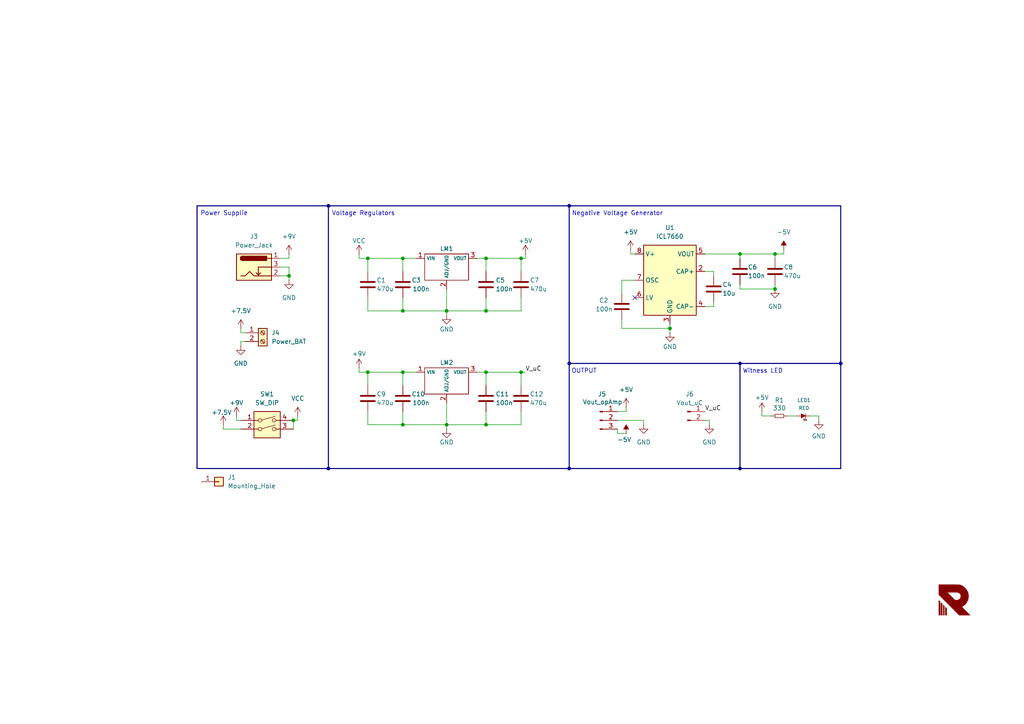
<source format=kicad_sch>
(kicad_sch (version 20231120) (generator "eeschema") (generator_version "8.0")
  (paper "A4")
  (title_block (title "Fuente Electroencefalograma") (date "2025-05-12") (rev "v2.0") (company "E.E.S.T. N°5 \"2 de Abril\" Temperley") (comment 1 "Autor: Iván Romano") (comment 2 "Curso: 7mo 6ta") (comment 3 "Grupo: 2"))
  (lib_symbols
    (symbol "Connector:Barrel_Jack_Switch" (pin_names hide)
      (property "Reference" "J" (at 0 5.334 0))
      (property "Value" "Barrel_Jack_Switch" (at 0 -5.08 0))
      (symbol "Barrel_Jack_Switch_0_1"
        (rectangle (start -5.08 3.81) (end 5.08 -3.81) (stroke (width 0.254)) (fill (type background)))
        (arc (start -3.302 3.175) (mid -3.9343 2.54) (end -3.302 1.905) (stroke (width 0.254)))
        (arc (start -3.302 3.175) (mid -3.9343 2.54) (end -3.302 1.905) (stroke (width 0.254)) (fill (type outline)))
        (polyline (pts (xy 1.27 -2.286) (xy 1.905 -1.651)) (stroke (width 0.254)))
        (polyline (pts (xy 5.08 2.54) (xy 3.81 2.54)) (stroke (width 0.254)))
        (polyline (pts (xy 5.08 0) (xy 1.27 0) (xy 1.27 -2.286) (xy 0.635 -1.651)) (stroke (width 0.254)))
        (polyline (pts (xy -3.81 -2.54) (xy -2.54 -2.54) (xy -1.27 -1.27) (xy 0 -2.54) (xy 2.54 -2.54) (xy 5.08 -2.54)) (stroke (width 0.254)))
        (rectangle (start 3.683 3.175) (end -3.302 1.905) (stroke (width 0.254)) (fill (type outline)))
      )
      (symbol "Barrel_Jack_Switch_1_1"
        (pin passive line (at 7.62 2.54 180) (length 2.54) (name "~") (number "1"))
        (pin passive line (at 7.62 -2.54 180) (length 2.54) (name "~") (number "2"))
        (pin passive line (at 7.62 0 180) (length 2.54) (name "~") (number "3"))
      )
    )
    (symbol "Connector:Conn_01x02_Pin" (pin_names (offset 1.016) hide)
      (property "Reference" "J" (at 0 2.54 0))
      (property "Value" "Conn_01x02_Pin" (at 0 -5.08 0))
      (symbol "Conn_01x02_Pin_1_1"
        (polyline (pts (xy 1.27 -2.54) (xy 0.8636 -2.54)) (stroke (width 0.1524)))
        (polyline (pts (xy 1.27 0) (xy 0.8636 0)) (stroke (width 0.1524)))
        (rectangle (start 0.8636 -2.413) (end 0 -2.667) (stroke (width 0.1524)) (fill (type outline)))
        (rectangle (start 0.8636 0.127) (end 0 -0.127) (stroke (width 0.1524)) (fill (type outline)))
        (pin passive line (at 5.08 0 180) (length 3.81) (name "Pin_1") (number "1"))
        (pin passive line (at 5.08 -2.54 180) (length 3.81) (name "Pin_2") (number "2"))
      )
    )
    (symbol "Connector:Conn_01x03_Pin" (pin_names (offset 1.016) hide)
      (property "Reference" "J" (at 0 5.08 0))
      (property "Value" "Conn_01x03_Pin" (at 0 -5.08 0))
      (symbol "Conn_01x03_Pin_1_1"
        (polyline (pts (xy 1.27 -2.54) (xy 0.8636 -2.54)) (stroke (width 0.1524)))
        (polyline (pts (xy 1.27 0) (xy 0.8636 0)) (stroke (width 0.1524)))
        (polyline (pts (xy 1.27 2.54) (xy 0.8636 2.54)) (stroke (width 0.1524)))
        (rectangle (start 0.8636 -2.413) (end 0 -2.667) (stroke (width 0.1524)) (fill (type outline)))
        (rectangle (start 0.8636 0.127) (end 0 -0.127) (stroke (width 0.1524)) (fill (type outline)))
        (rectangle (start 0.8636 2.667) (end 0 2.413) (stroke (width 0.1524)) (fill (type outline)))
        (pin passive line (at 5.08 2.54 180) (length 3.81) (name "Pin_1") (number "1"))
        (pin passive line (at 5.08 0 180) (length 3.81) (name "Pin_2") (number "2"))
        (pin passive line (at 5.08 -2.54 180) (length 3.81) (name "Pin_3") (number "3"))
      )
    )
    (symbol "Connector:Screw_Terminal_01x02" (pin_names (offset 1.016) hide)
      (property "Reference" "J" (at 0 2.54 0))
      (property "Value" "Screw_Terminal_01x02" (at 0 -5.08 0))
      (symbol "Screw_Terminal_01x02_1_1"
        (rectangle (start -1.27 1.27) (end 1.27 -3.81) (stroke (width 0.254)) (fill (type background)))
        (circle (center 0 -2.54) (radius 0.635) (stroke (width 0.1524)))
        (polyline (pts (xy -0.5334 -2.2098) (xy 0.3302 -3.048)) (stroke (width 0.1524)))
        (polyline (pts (xy -0.5334 0.3302) (xy 0.3302 -0.508)) (stroke (width 0.1524)))
        (polyline (pts (xy -0.3556 -2.032) (xy 0.508 -2.8702)) (stroke (width 0.1524)))
        (polyline (pts (xy -0.3556 0.508) (xy 0.508 -0.3302)) (stroke (width 0.1524)))
        (circle (center 0 0) (radius 0.635) (stroke (width 0.1524)))
        (pin passive line (at -5.08 0 0) (length 3.81) (name "Pin_1") (number "1"))
        (pin passive line (at -5.08 -2.54 0) (length 3.81) (name "Pin_2") (number "2"))
      )
    )
    (symbol "Connector_Generic:Conn_01x01" (pin_names (offset 1.016) hide)
      (property "Reference" "J" (at 0 2.54 0))
      (property "Value" "Conn_01x01" (at 0 -2.54 0))
      (symbol "Conn_01x01_1_1"
        (rectangle (start -1.27 0.127) (end 0 -0.127) (stroke (width 0.1524)))
        (rectangle (start -1.27 1.27) (end 1.27 -1.27) (stroke (width 0.254)) (fill (type background)))
        (pin passive line (at -5.08 0 0) (length 3.81) (name "Pin_1") (number "1"))
      )
    )
    (symbol "Device:C" (pin_numbers hide) (pin_names (offset 0.254))
      (property "Reference" "C" (at 0.635 2.54 0))
      (property "Value" "C" (at 0.635 -2.54 0))
      (symbol "C_0_1"
        (polyline (pts (xy -2.032 -0.762) (xy 2.032 -0.762)) (stroke (width 0.508)))
        (polyline (pts (xy -2.032 0.762) (xy 2.032 0.762)) (stroke (width 0.508)))
      )
      (symbol "C_1_1"
        (pin passive line (at 0 3.81 270) (length 2.794) (name "~") (number "1"))
        (pin passive line (at 0 -3.81 90) (length 2.794) (name "~") (number "2"))
      )
    )
    (symbol "EESTN5:LED" (pin_numbers hide) (pin_names (offset 1.016) hide)
      (property "Reference" "LED" (at 0 2.54 0))
      (property "Value" "LED" (at 0 -2.54 0))
      (symbol "LED_0_1"
        (polyline (pts (xy 0.508 -0.762) (xy 1.016 -1.27) (xy 1.016 -1.27)))
        (polyline (pts (xy 1.016 -0.762) (xy 1.524 -1.27) (xy 1.524 -1.27)))
        (polyline (pts (xy 1.27 -0.635) (xy 1.27 0.635) (xy 1.27 0.635)))
        (polyline (pts (xy 1.27 0) (xy 0 0.635) (xy 0 -0.635) (xy 0 -0.635)) (fill (type outline)))
        (polyline (pts (xy 1.524 -1.27) (xy 1.27 -1.27) (xy 1.524 -1.016) (xy 1.524 -1.27) (xy 1.524 -1.27)) (fill (type outline)))
        (polyline (pts (xy 1.016 -1.27) (xy 0.762 -1.27) (xy 1.016 -1.016) (xy 1.016 -1.27) (xy 1.016 -1.27) (xy 1.016 -1.27)) (fill (type outline)))
      )
      (symbol "LED_1_1"
        (pin passive line (at -1.27 0 0) (length 1.27) (name "A") (number "1"))
        (pin passive line (at 2.54 0 180) (length 1.27) (name "K") (number "2"))
      )
    )
    (symbol "EESTN5:R" (pin_numbers hide) (pin_names (offset 0))
      (property "Reference" "R" (at -1.27 0 90))
      (property "Value" "R" (at 1.27 0 90))
      (symbol "R_0_1"
        (rectangle (start 0.508 1.27) (end -0.508 -1.27))
      )
      (symbol "R_1_1"
        (pin passive line (at 0 2.54 270) (length 1.27) (name "~") (number "1"))
        (pin passive line (at 0 -2.54 90) (length 1.27) (name "~") (number "2"))
      )
    )
    (symbol "Logo_Romano:LM7805"
      (property "Reference" "LM7805" (at -0.254 5.842 0))
      (symbol "LM7805_1_1"
        (rectangle (start -6.35 3.81) (end 6.35 -3.81))
        (rectangle (start -6.35 3.81) (end 6.35 -3.81))
        (pin input line (at -8.89 2.54 0) (length 2.54) (name "VIN") (number "1"))
        (pin input line (at 0 -6.35 90) (length 2.54) (name "ADJ/GND") (number "2"))
        (pin input line (at 8.89 2.54 180) (length 2.54) (name "VOUT") (number "3"))
      )
    )
    (symbol "Logo_Romano:LOGO" (pin_names (offset 1.016))
      (symbol "LOGO_0_0"
        (polyline (pts (xy -4.1685 -2.5003) (xy -4.1685 -0.5542) (xy -4.3615 -0.3466) (xy -4.5545 -0.139) (xy -4.556 -2.2927) (xy -4.5575 -4.4464) (xy -4.363 -4.4464) (xy -4.1685 -4.4464) (xy -4.1685 -2.5003)) (stroke (width 0.01)) (fill (type outline)))
        (polyline (pts (xy -2.9457 -3.0951) (xy -2.9457 -1.7438) (xy -3.1125 -1.5841) (xy -3.2792 -1.4243) (xy -3.2792 -2.9354) (xy -3.2792 -4.4464) (xy -3.1125 -4.4464) (xy -2.9457 -4.4464) (xy -2.9457 -3.0951)) (stroke (width 0.01)) (fill (type outline)))
        (polyline (pts (xy -2.2788 -3.4351) (xy -2.2788 -2.4238) (xy -2.4281 -2.2679) (xy -2.4559 -2.2397) (xy -2.5585 -2.1487) (xy -2.6226 -2.1121) (xy -2.6271 -2.1178) (xy -2.6401 -2.2033) (xy -2.6513 -2.3784) (xy -2.6601 -2.6269) (xy -2.6658 -2.9326) (xy -2.6678 -3.2792) (xy -2.6678 -4.4464) (xy -2.4733 -4.4464) (xy -2.2788 -4.4464) (xy -2.2788 -3.4351)) (stroke (width 0.01)) (fill (type outline)))
        (polyline (pts (xy -3.5571 -2.7894) (xy -3.5571 -1.1324) (xy -3.713 -0.9831) (xy -3.7423 -0.9556) (xy -3.8462 -0.8688) (xy -3.9075 -0.8337) (xy -3.9134 -0.8548) (xy -3.9222 -0.971) (xy -3.9301 -1.1771) (xy -3.9367 -1.4601) (xy -3.9418 -1.807) (xy -3.945 -2.2046) (xy -3.9462 -2.6401) (xy -3.9462 -4.4464) (xy -3.7516 -4.4464) (xy -3.5571 -4.4464) (xy -3.5571 -2.7894)) (stroke (width 0.01)) (fill (type outline)))
        (polyline (pts (xy 3.3482 -3.2649) (xy 3.2393 -3.1557) (xy 2.952 -2.8664) (xy 2.6953 -2.6059) (xy 2.4789 -2.384) (xy 2.3124 -2.2108) (xy 2.2054 -2.0962) (xy 2.1676 -2.05) (xy 2.1677 -2.0493) (xy 2.2143 -2.0041) (xy 2.3311 -1.9203) (xy 2.4936 -1.8155) (xy 2.8231 -1.5742) (xy 3.2013 -1.1988) (xy 3.5323 -0.7604) (xy 3.7969 -0.2856) (xy 3.9758 0.1996) (xy 4.027 0.4687) (xy 4.0577 0.8372) (xy 4.0593 1.2303) (xy 4.0317 1.6044) (xy 3.975 1.9156) (xy 3.8444 2.3152) (xy 3.6547 2.7049) (xy 3.3987 3.0721) (xy 3.0577 3.4483) (xy 2.9277 3.576) (xy 2.6714 3.8053) (xy 2.4407 3.9739) (xy 2.2087 4.1022) (xy 2.2002 4.1062) (xy 2.0464 4.1787) (xy 1.9068 4.2401) (xy 1.771 4.2913) (xy 1.6284 4.3333) (xy 1.4687 4.3669) (xy 1.2815 4.3931) (xy 1.0562 4.4128) (xy 0.7825 4.4269) (xy 0.4498 4.4364) (xy 0.0478 4.4421) (xy -0.4341 4.4451) (xy -1.0062 4.4462) (xy -1.6791 4.4464) (xy -4.5575 4.4464) (xy -4.5573 2.9596) (xy -4.5572 2.1676) (xy -2.0832 2.1676) (xy -0.5501 2.1676) (xy -0.1507 2.1674) (xy 0.2179 2.1661) (xy 0.5019 2.1626) (xy 0.7156 2.1559) (xy 0.8733 2.145) (xy 0.9891 2.1288) (xy 1.0773 2.1063) (xy 1.1522 2.0764) (xy 1.2279 2.0382) (xy 1.2801 2.0088) (xy 1.5288 1.8016) (xy 1.6978 1.5397) (xy 1.7863 1.2437) (xy 1.7931 0.9339) (xy 1.7175 0.6307) (xy 1.5585 0.3545) (xy 1.3151 0.1258) (xy 1.2908 0.1092) (xy 1.1667 0.0369) (xy 1.0362 -0.0072) (xy 0.8643 -0.0317) (xy 0.6163 -0.0452) (xy 0.139 -0.0626) (xy -0.9721 1.0525) (xy -2.0832 2.1676) (xy -4.5572 2.1676) (xy -4.5571 1.4728) (xy -1.5995 -1.4868) (xy 1.358 -4.4464) (xy 2.9434 -4.4464) (xy 4.5288 -4.4464) (xy 3.3482 -3.2649)) (stroke (width 0.01)) (fill (type outline)))
      )
    )
    (symbol "Regulator_SwitchedCapacitor:ICL7660"
      (property "Reference" "U" (at -6.35 11.43 0))
      (property "Value" "ICL7660" (at 3.81 11.43 0))
      (symbol "ICL7660_0_1"
        (rectangle (start -7.62 10.16) (end 7.62 -10.16) (stroke (width 0.254)) (fill (type background)))
      )
      (symbol "ICL7660_1_1"
        (pin no_connect line (at -7.62 5.08 0) (length 2.54) hide (name "NC") (number "1"))
        (pin input line (at 10.16 2.54 180) (length 2.54) (name "CAP+") (number "2"))
        (pin power_in line (at 0 -12.7 90) (length 2.54) (name "GND") (number "3"))
        (pin input line (at 10.16 -7.62 180) (length 2.54) (name "CAP-") (number "4"))
        (pin power_out line (at 10.16 7.62 180) (length 2.54) (name "VOUT") (number "5"))
        (pin input line (at -10.16 -5.08 0) (length 2.54) (name "LV") (number "6"))
        (pin input line (at -10.16 0 0) (length 2.54) (name "OSC") (number "7"))
        (pin power_in line (at -10.16 7.62 0) (length 2.54) (name "V+") (number "8"))
      )
    )
    (symbol "Switch:SW_DIP_x02" (pin_names (offset 0) hide)
      (property "Reference" "SW" (at 0 6.35 0))
      (property "Value" "SW_DIP_x02" (at 0 -3.81 0))
      (symbol "SW_DIP_x02_0_0"
        (circle (center -2.032 0) (radius 0.508))
        (circle (center -2.032 2.54) (radius 0.508))
        (polyline (pts (xy -1.524 0.127) (xy 2.3622 1.1684)))
        (polyline (pts (xy -1.524 2.667) (xy 2.3622 3.7084)))
        (circle (center 2.032 0) (radius 0.508))
        (circle (center 2.032 2.54) (radius 0.508))
      )
      (symbol "SW_DIP_x02_0_1"
        (rectangle (start -3.81 5.08) (end 3.81 -2.54) (stroke (width 0.254)) (fill (type background)))
      )
      (symbol "SW_DIP_x02_1_1"
        (pin passive line (at -7.62 2.54 0) (length 5.08) (name "~") (number "1"))
        (pin passive line (at -7.62 0 0) (length 5.08) (name "~") (number "2"))
        (pin passive line (at 7.62 0 180) (length 5.08) (name "~") (number "3"))
        (pin passive line (at 7.62 2.54 180) (length 5.08) (name "~") (number "4"))
      )
    )
    (symbol "power:+5V" (power) (pin_numbers hide) (pin_names (offset 0) hide)
      (property "Value" "+5V" (at 0 3.556 0))
      (symbol "+5V_0_1"
        (polyline (pts (xy -0.762 1.27) (xy 0 2.54)))
        (polyline (pts (xy 0 0) (xy 0 2.54)))
        (polyline (pts (xy 0 2.54) (xy 0.762 1.27)))
      )
      (symbol "+5V_1_1"
        (pin power_in line (at 0 0 90) (length 0) (name "~") (number "1"))
      )
    )
    (symbol "power:+7.5V" (power) (pin_numbers hide) (pin_names (offset 0) hide)
      (property "Value" "+7.5V" (at 0 3.556 0))
      (symbol "+7.5V_0_1"
        (polyline (pts (xy -0.762 1.27) (xy 0 2.54)))
        (polyline (pts (xy 0 0) (xy 0 2.54)))
        (polyline (pts (xy 0 2.54) (xy 0.762 1.27)))
      )
      (symbol "+7.5V_1_1"
        (pin power_in line (at 0 0 90) (length 0) (name "~") (number "1"))
      )
    )
    (symbol "power:+9V" (power) (pin_numbers hide) (pin_names (offset 0) hide)
      (property "Value" "+9V" (at 0 3.556 0))
      (symbol "+9V_0_1"
        (polyline (pts (xy -0.762 1.27) (xy 0 2.54)))
        (polyline (pts (xy 0 0) (xy 0 2.54)))
        (polyline (pts (xy 0 2.54) (xy 0.762 1.27)))
      )
      (symbol "+9V_1_1"
        (pin power_in line (at 0 0 90) (length 0) (name "~") (number "1"))
      )
    )
    (symbol "power:-5V" (power) (pin_numbers hide) (pin_names (offset 0) hide)
      (property "Value" "-5V" (at 0 3.556 0))
      (symbol "-5V_0_0"
        (pin power_in line (at 0 0 90) (length 0) (name "~") (number "1"))
      )
      (symbol "-5V_0_1"
        (polyline (pts (xy 0 0) (xy 0 1.27) (xy 0.762 1.27) (xy 0 2.54) (xy -0.762 1.27) (xy 0 1.27)) (fill (type outline)))
      )
    )
    (symbol "power:GND" (power) (pin_numbers hide) (pin_names (offset 0) hide)
      (property "Value" "GND" (at 0 -3.81 0))
      (symbol "GND_0_1"
        (polyline (pts (xy 0 0) (xy 0 -1.27) (xy 1.27 -1.27) (xy 0 -2.54) (xy -1.27 -1.27) (xy 0 -1.27)))
      )
      (symbol "GND_1_1"
        (pin power_in line (at 0 0 270) (length 0) (name "~") (number "1"))
      )
    )
    (symbol "power:VCC" (power) (pin_numbers hide) (pin_names (offset 0) hide)
      (property "Value" "VCC" (at 0 3.556 0))
      (symbol "VCC_0_1"
        (polyline (pts (xy -0.762 1.27) (xy 0 2.54)))
        (polyline (pts (xy 0 0) (xy 0 2.54)))
        (polyline (pts (xy 0 2.54) (xy 0.762 1.27)))
      )
      (symbol "VCC_1_1"
        (pin power_in line (at 0 0 90) (length 0) (name "~") (number "1"))
      )
    )
  )
  (junction (at 106.68 74.93))
  (junction (at 165.1 59.69))
  (junction (at 224.79 83.82))
  (junction (at 140.97 74.93))
  (junction (at 116.84 90.17))
  (junction (at 140.97 123.19))
  (junction (at 129.54 123.19))
  (junction (at 95.25 135.89))
  (junction (at 151.13 107.95))
  (junction (at 151.13 74.93))
  (junction (at 116.84 107.95))
  (junction (at 116.84 123.19))
  (junction (at 214.63 105.41))
  (junction (at 165.1 105.41))
  (junction (at 140.97 90.17))
  (junction (at 243.84 105.41))
  (junction (at 116.84 74.93))
  (junction (at 214.63 135.89))
  (junction (at 165.1 135.89))
  (junction (at 83.82 80.01))
  (junction (at 106.68 107.95))
  (junction (at 85.09 121.92))
  (junction (at 194.31 95.25))
  (junction (at 140.97 107.95))
  (junction (at 95.25 59.69))
  (junction (at 214.63 73.66))
  (junction (at 129.54 90.17))
  (junction (at 224.79 73.66))
  (no_connect (at 184.15 86.36))
  (wire (pts (xy 214.63 73.66) (xy 214.63 74.93)))
  (bus (pts (xy 165.1 105.41) (xy 165.1 135.89)))
  (wire (pts (xy 140.97 107.95) (xy 140.97 111.76)))
  (wire (pts (xy 83.82 80.01) (xy 83.82 77.47)))
  (wire (pts (xy 140.97 74.93) (xy 140.97 78.74)))
  (wire (pts (xy 151.13 107.95) (xy 152.4 107.95)))
  (wire (pts (xy 204.47 73.66) (xy 214.63 73.66)))
  (wire (pts (xy 151.13 107.95) (xy 151.13 111.76)))
  (wire (pts (xy 180.34 95.25) (xy 194.31 95.25)))
  (wire (pts (xy 69.85 100.33) (xy 69.85 99.06)))
  (wire (pts (xy 186.69 121.92) (xy 179.07 121.92)))
  (bus (pts (xy 165.1 135.89) (xy 214.63 135.89)))
  (wire (pts (xy 83.82 80.01) (xy 83.82 81.28)))
  (wire (pts (xy 81.28 74.93) (xy 83.82 74.93)))
  (wire (pts (xy 180.34 81.28) (xy 180.34 85.09)))
  (wire (pts (xy 182.88 73.66) (xy 184.15 73.66)))
  (wire (pts (xy 205.74 121.92) (xy 204.47 121.92)))
  (wire (pts (xy 86.36 120.65) (xy 86.36 121.92)))
  (wire (pts (xy 106.68 123.19) (xy 116.84 123.19)))
  (wire (pts (xy 214.63 82.55) (xy 214.63 83.82)))
  (wire (pts (xy 204.47 78.74) (xy 207.01 78.74)))
  (wire (pts (xy 116.84 119.38) (xy 116.84 123.19)))
  (wire (pts (xy 106.68 86.36) (xy 106.68 90.17)))
  (wire (pts (xy 116.84 74.93) (xy 116.84 78.74)))
  (wire (pts (xy 68.58 120.65) (xy 68.58 121.92)))
  (wire (pts (xy 69.85 99.06) (xy 71.12 99.06)))
  (wire (pts (xy 179.07 124.46) (xy 179.07 125.73)))
  (bus (pts (xy 95.25 59.69) (xy 95.25 135.89)))
  (wire (pts (xy 116.84 107.95) (xy 116.84 111.76)))
  (wire (pts (xy 151.13 74.93) (xy 152.4 74.93)))
  (wire (pts (xy 129.54 123.19) (xy 129.54 124.46)))
  (wire (pts (xy 184.15 81.28) (xy 180.34 81.28)))
  (wire (pts (xy 237.49 120.65) (xy 234.95 120.65)))
  (wire (pts (xy 129.54 116.84) (xy 129.54 123.19)))
  (bus (pts (xy 57.15 59.69) (xy 95.25 59.69)))
  (wire (pts (xy 104.14 73.66) (xy 104.14 74.93)))
  (wire (pts (xy 194.31 96.52) (xy 194.31 95.25)))
  (bus (pts (xy 57.15 135.89) (xy 95.25 135.89)))
  (wire (pts (xy 81.28 80.01) (xy 83.82 80.01)))
  (bus (pts (xy 165.1 105.41) (xy 214.63 105.41)))
  (wire (pts (xy 138.43 74.93) (xy 140.97 74.93)))
  (wire (pts (xy 138.43 107.95) (xy 140.97 107.95)))
  (wire (pts (xy 86.36 121.92) (xy 85.09 121.92)))
  (wire (pts (xy 224.79 73.66) (xy 227.33 73.66)))
  (bus (pts (xy 214.63 135.89) (xy 243.84 135.89)))
  (bus (pts (xy 95.25 59.69) (xy 165.1 59.69)))
  (wire (pts (xy 220.98 119.38) (xy 220.98 120.65)))
  (wire (pts (xy 106.68 107.95) (xy 106.68 111.76)))
  (wire (pts (xy 116.84 123.19) (xy 129.54 123.19)))
  (bus (pts (xy 243.84 135.89) (xy 243.84 105.41)))
  (wire (pts (xy 116.84 90.17) (xy 129.54 90.17)))
  (wire (pts (xy 140.97 90.17) (xy 151.13 90.17)))
  (wire (pts (xy 179.07 125.73) (xy 181.61 125.73)))
  (wire (pts (xy 106.68 119.38) (xy 106.68 123.19)))
  (wire (pts (xy 140.97 123.19) (xy 151.13 123.19)))
  (wire (pts (xy 106.68 90.17) (xy 116.84 90.17)))
  (wire (pts (xy 129.54 83.82) (xy 129.54 90.17)))
  (wire (pts (xy 104.14 74.93) (xy 106.68 74.93)))
  (wire (pts (xy 220.98 120.65) (xy 223.52 120.65)))
  (wire (pts (xy 186.69 123.19) (xy 186.69 121.92)))
  (wire (pts (xy 207.01 78.74) (xy 207.01 80.01)))
  (wire (pts (xy 129.54 90.17) (xy 140.97 90.17)))
  (wire (pts (xy 68.58 121.92) (xy 69.85 121.92)))
  (wire (pts (xy 237.49 121.92) (xy 237.49 120.65)))
  (wire (pts (xy 129.54 123.19) (xy 140.97 123.19)))
  (wire (pts (xy 116.84 74.93) (xy 120.65 74.93)))
  (bus (pts (xy 57.15 59.69) (xy 57.15 135.89)))
  (wire (pts (xy 140.97 119.38) (xy 140.97 123.19)))
  (bus (pts (xy 95.25 135.89) (xy 165.1 135.89)))
  (wire (pts (xy 182.88 72.39) (xy 182.88 73.66)))
  (wire (pts (xy 83.82 77.47) (xy 81.28 77.47)))
  (wire (pts (xy 69.85 96.52) (xy 71.12 96.52)))
  (wire (pts (xy 214.63 83.82) (xy 224.79 83.82)))
  (wire (pts (xy 224.79 83.82) (xy 224.79 82.55)))
  (wire (pts (xy 106.68 107.95) (xy 116.84 107.95)))
  (wire (pts (xy 194.31 93.98) (xy 194.31 95.25)))
  (wire (pts (xy 140.97 86.36) (xy 140.97 90.17)))
  (wire (pts (xy 151.13 74.93) (xy 151.13 78.74)))
  (wire (pts (xy 151.13 90.17) (xy 151.13 86.36)))
  (wire (pts (xy 104.14 106.68) (xy 104.14 107.95)))
  (bus (pts (xy 243.84 105.41) (xy 243.84 59.69)))
  (wire (pts (xy 64.77 124.46) (xy 69.85 124.46)))
  (wire (pts (xy 104.14 107.95) (xy 106.68 107.95)))
  (bus (pts (xy 214.63 105.41) (xy 243.84 105.41)))
  (wire (pts (xy 207.01 87.63) (xy 207.01 88.9)))
  (wire (pts (xy 181.61 119.38) (xy 181.61 118.11)))
  (wire (pts (xy 116.84 86.36) (xy 116.84 90.17)))
  (wire (pts (xy 85.09 121.92) (xy 85.09 124.46)))
  (bus (pts (xy 165.1 59.69) (xy 243.84 59.69)))
  (wire (pts (xy 140.97 74.93) (xy 151.13 74.93)))
  (wire (pts (xy 179.07 119.38) (xy 181.61 119.38)))
  (wire (pts (xy 140.97 107.95) (xy 151.13 107.95)))
  (wire (pts (xy 151.13 123.19) (xy 151.13 119.38)))
  (wire (pts (xy 106.68 74.93) (xy 106.68 78.74)))
  (wire (pts (xy 228.6 120.65) (xy 231.14 120.65)))
  (wire (pts (xy 116.84 107.95) (xy 120.65 107.95)))
  (wire (pts (xy 83.82 73.66) (xy 83.82 74.93)))
  (wire (pts (xy 106.68 74.93) (xy 116.84 74.93)))
  (wire (pts (xy 207.01 88.9) (xy 204.47 88.9)))
  (wire (pts (xy 205.74 123.19) (xy 205.74 121.92)))
  (wire (pts (xy 180.34 92.71) (xy 180.34 95.25)))
  (wire (pts (xy 69.85 95.25) (xy 69.85 96.52)))
  (wire (pts (xy 129.54 90.17) (xy 129.54 91.44)))
  (bus (pts (xy 214.63 105.41) (xy 214.63 135.89)))
  (wire (pts (xy 224.79 73.66) (xy 224.79 74.93)))
  (bus (pts (xy 165.1 59.69) (xy 165.1 105.41)))
  (wire (pts (xy 152.4 74.93) (xy 152.4 73.66)))
  (wire (pts (xy 214.63 73.66) (xy 224.79 73.66)))
  (wire (pts (xy 227.33 72.39) (xy 227.33 73.66)))
  (wire (pts (xy 64.77 123.19) (xy 64.77 124.46)))
  (text "Power Supplie" (at 65.024 61.976 0) (effects (font (size 1.27 1.27))))
  (text "Witness LED" (at 221.234 107.696 0) (effects (font (size 1.27 1.27))))
  (text "Voltage Regulators" (at 105.41 61.976 0) (effects (font (size 1.27 1.27))))
  (text "OUTPUT" (at 169.418 107.696 0) (effects (font (size 1.27 1.27))))
  (text "Negative Voltage Generator" (at 179.07 61.976 0) (effects (font (size 1.27 1.27))))
  (label "V_uC" (at 204.47 119.38 0))
  (label "V_uC" (at 152.4 107.95 0))
  (symbol (lib_id "power:-5V") (at 227.33 72.39 0) (unit 1)
    (property "Reference" "#PWR08" (effects (hide yes)))
    (property "Value" "-5V" (at 227.33 67.31 0))
    (property "Description" "Power symbol creates a global label with name \"-5V\"" (effects (hide yes)))
  )
  (symbol (lib_id "EESTN5:LED") (at 232.41 120.65 0) (unit 1)
    (property "Reference" "LED1" (at 233.172 116.078 0) (effects (font (size 1.016 1.016))))
    (property "Value" "RED" (at 233.172 118.364 0) (effects (font (size 1.016 1.016))))
    (property "Footprint" "EESTN5:led_3mm_red" (effects (hide yes)))
  )
  (symbol (lib_id "power:+7.5V") (at 64.77 123.19 0) (unit 1)
    (property "Reference" "#PWR021" (effects (hide yes)))
    (property "Value" "+7.5V" (at 64.262 119.634 0))
    (property "Description" "Power symbol creates a global label with name \"+7.5V\"" (effects (hide yes)))
  )
  (symbol (lib_id "power:+5V") (at 181.61 118.11 0) (unit 1)
    (property "Reference" "#PWR010" (effects (hide yes)))
    (property "Value" "+5V" (at 181.61 113.03 0))
    (property "Description" "Power symbol creates a global label with name \"+5V\"" (effects (hide yes)))
  )
  (symbol (lib_id "Device:C") (at 207.01 83.82 0) (unit 1)
    (property "Reference" "C4" (at 209.55 82.55 0) (effects (justify left)))
    (property "Value" "10u" (at 209.55 85.09 0) (effects (justify left)))
    (property "Footprint" "EESTN5:CAP_ELEC_5x11mm" (effects (hide yes)))
    (property "Description" "Unpolarized capacitor" (effects (hide yes)))
  )
  (symbol (lib_id "power:+9V") (at 104.14 106.68 0) (unit 1)
    (property "Reference" "#PWR022" (effects (hide yes)))
    (property "Value" "+9V" (at 104.14 102.616 0))
    (property "Description" "Power symbol creates a global label with name \"+9V\"" (effects (hide yes)))
  )
  (symbol (lib_id "power:GND") (at 224.79 83.82 0) (unit 1)
    (property "Reference" "#PWR06" (effects (hide yes)))
    (property "Value" "GND" (at 224.79 88.9 0))
    (property "Description" "Power symbol creates a global label with name \"GND\" , ground" (effects (hide yes)))
  )
  (symbol (lib_id "power:+5V") (at 220.98 119.38 0) (unit 1)
    (property "Reference" "#PWR09" (effects (hide yes)))
    (property "Value" "+5V" (at 220.98 115.316 0))
    (property "Description" "Power symbol creates a global label with name \"+5V\"" (effects (hide yes)))
  )
  (symbol (lib_id "power:GND") (at 83.82 81.28 0) (unit 1)
    (property "Reference" "#PWR02" (effects (hide yes)))
    (property "Value" "GND" (at 83.82 86.36 0))
    (property "Description" "Power symbol creates a global label with name \"GND\" , ground" (effects (hide yes)))
  )
  (symbol (lib_id "Connector:Barrel_Jack_Switch") (at 73.66 77.47 0) (unit 1)
    (property "Reference" "J3" (at 73.66 68.58 0))
    (property "Value" "Power_Jack" (at 73.66 71.12 0))
    (property "Footprint" "Connector_BarrelJack:BarrelJack_Horizontal" (effects (hide yes)))
    (property "Description" "DC Barrel Jack with an internal switch" (effects (hide yes)))
  )
  (symbol (lib_id "Device:C") (at 116.84 82.55 0) (unit 1)
    (property "Reference" "C3" (at 119.38 81.28 0) (effects (justify left)))
    (property "Value" "100n" (at 119.634 83.82 0) (effects (justify left)))
    (property "Footprint" "EESTN5:C_0805" (effects (hide yes)))
    (property "Description" "Unpolarized capacitor" (effects (hide yes)))
  )
  (symbol (lib_id "power:+5V") (at 182.88 72.39 0) (unit 1)
    (property "Reference" "#PWR03" (effects (hide yes)))
    (property "Value" "+5V" (at 182.88 67.31 0))
    (property "Description" "Power symbol creates a global label with name \"+5V\"" (effects (hide yes)))
  )
  (symbol (lib_id "Device:C") (at 151.13 115.57 0) (unit 1)
    (property "Reference" "C12" (at 153.67 114.3 0) (effects (justify left)))
    (property "Value" "470u" (at 153.67 116.84 0) (effects (justify left)))
    (property "Footprint" "EESTN5:CAP_ELEC_8x11.5mm" (effects (hide yes)))
    (property "Description" "Unpolarized capacitor" (effects (hide yes)))
  )
  (symbol (lib_id "Connector:Conn_01x03_Pin") (at 173.99 121.92 0) (unit 1)
    (property "Reference" "J5" (at 174.625 114.3 0))
    (property "Value" "Vout_opAmp" (at 174.752 116.586 0))
    (property "Footprint" "Connector_Molex:Molex_KK-254_AE-6410-03A_1x03_P2.54mm_Vertical" (effects (hide yes)))
    (property "Description" "Generic connector, single row, 01x03, script generated" (effects (hide yes)))
  )
  (symbol (lib_id "power:+5V") (at 152.4 73.66 0) (unit 1)
    (property "Reference" "#PWR07" (effects (hide yes)))
    (property "Value" "+5V" (at 152.4 69.85 0))
    (property "Description" "Power symbol creates a global label with name \"+5V\"" (effects (hide yes)))
  )
  (symbol (lib_id "Connector:Screw_Terminal_01x02") (at 76.2 96.52 0) (unit 1)
    (property "Reference" "J4" (at 78.74 96.5199 0) (effects (justify left)))
    (property "Value" "Power_BAT" (at 78.74 99.0599 0) (effects (justify left)))
    (property "Footprint" "EESTN5:BORNERA2_DUO" (effects (hide yes)))
    (property "Description" "Generic screw terminal, single row, 01x02, script generated (kicad-library-utils/schlib/autogen/connector/)" (effects (hide yes)))
  )
  (symbol (lib_id "power:GND") (at 129.54 91.44 0) (unit 1)
    (property "Reference" "#PWR05" (effects (hide yes)))
    (property "Value" "GND" (at 129.54 95.504 0))
    (property "Description" "Power symbol creates a global label with name \"GND\" , ground" (effects (hide yes)))
  )
  (symbol (lib_id "Connector:Conn_01x02_Pin") (at 199.39 119.38 0) (unit 1)
    (property "Reference" "J6" (at 200.025 114.3 0))
    (property "Value" "Vout_uC" (at 200.025 116.84 0))
    (property "Footprint" "Connector_Molex:Molex_KK-254_AE-6410-02A_1x02_P2.54mm_Vertical" (effects (hide yes)))
    (property "Description" "Generic connector, single row, 01x02, script generated" (effects (hide yes)))
  )
  (symbol (lib_id "Device:C") (at 214.63 78.74 0) (unit 1)
    (property "Reference" "C6" (at 216.916 77.47 0) (effects (justify left)))
    (property "Value" "100n" (at 216.916 80.01 0) (effects (justify left)))
    (property "Footprint" "EESTN5:C_0805" (effects (hide yes)))
    (property "Description" "Unpolarized capacitor" (effects (hide yes)))
  )
  (symbol (lib_id "Logo_Romano:LM7805") (at 129.54 77.47 0) (unit 1)
    (property "Reference" "LM1" (at 129.54 72.136 0))
    (property "Value" "~" (at 129.54 72.39 0))
    (property "Footprint" "EESTN5:TO-220-2" (effects (hide yes)))
  )
  (symbol (lib_id "power:GND") (at 69.85 100.33 0) (unit 1)
    (property "Reference" "#PWR01" (effects (hide yes)))
    (property "Value" "GND" (at 69.85 105.41 0))
    (property "Description" "Power symbol creates a global label with name \"GND\" , ground" (effects (hide yes)))
  )
  (symbol (lib_id "power:+9V") (at 83.82 73.66 0) (unit 1)
    (property "Reference" "#PWR017" (effects (hide yes)))
    (property "Value" "+9V" (at 83.82 68.58 0))
    (property "Description" "Power symbol creates a global label with name \"+9V\"" (effects (hide yes)))
  )
  (symbol (lib_id "Device:C") (at 224.79 78.74 0) (unit 1)
    (property "Reference" "C8" (at 227.33 77.47 0) (effects (justify left)))
    (property "Value" "470u" (at 227.33 80.01 0) (effects (justify left)))
    (property "Footprint" "EESTN5:CAP_ELEC_8x11.5mm" (effects (hide yes)))
    (property "Description" "Unpolarized capacitor" (effects (hide yes)))
  )
  (symbol (lib_id "power:+9V") (at 68.58 120.65 0) (unit 1)
    (property "Reference" "#PWR020" (effects (hide yes)))
    (property "Value" "+9V" (at 68.58 116.84 0))
    (property "Description" "Power symbol creates a global label with name \"+9V\"" (effects (hide yes)))
  )
  (symbol (lib_id "power:GND") (at 129.54 124.46 0) (unit 1)
    (property "Reference" "#PWR023" (effects (hide yes)))
    (property "Value" "GND" (at 129.54 128.27 0))
    (property "Description" "Power symbol creates a global label with name \"GND\" , ground" (effects (hide yes)))
  )
  (symbol (lib_id "Connector_Generic:Conn_01x01") (at 63.5 139.7 0) (unit 1)
    (property "Reference" "J1" (at 66.04 138.4299 0) (effects (justify left)))
    (property "Value" "Mounting_Hole" (at 66.04 140.9699 0) (effects (justify left)))
    (property "Footprint" "EESTN5:hole_2mm" (effects (hide yes)))
    (property "Description" "Generic connector, single row, 01x01, script generated (kicad-library-utils/schlib/autogen/connector/)" (effects (hide yes)))
  )
  (symbol (lib_id "Device:C") (at 116.84 115.57 0) (unit 1)
    (property "Reference" "C10" (at 119.38 114.3 0) (effects (justify left)))
    (property "Value" "100n" (at 119.634 116.84 0) (effects (justify left)))
    (property "Footprint" "EESTN5:C_0805" (effects (hide yes)))
    (property "Description" "Unpolarized capacitor" (effects (hide yes)))
  )
  (symbol (lib_id "power:GND") (at 186.69 123.19 0) (unit 1)
    (property "Reference" "#PWR014" (effects (hide yes)))
    (property "Value" "GND" (at 186.69 128.27 0))
    (property "Description" "Power symbol creates a global label with name \"GND\" , ground" (effects (hide yes)))
  )
  (symbol (lib_id "Device:C") (at 151.13 82.55 0) (unit 1)
    (property "Reference" "C7" (at 153.67 81.28 0) (effects (justify left)))
    (property "Value" "470u" (at 153.67 83.82 0) (effects (justify left)))
    (property "Footprint" "EESTN5:CAP_ELEC_8x11.5mm" (effects (hide yes)))
    (property "Description" "Unpolarized capacitor" (effects (hide yes)))
  )
  (symbol (lib_id "Device:C") (at 106.68 115.57 0) (unit 1)
    (property "Reference" "C9" (at 109.22 114.3 0) (effects (justify left)))
    (property "Value" "470u" (at 109.22 116.84 0) (effects (justify left)))
    (property "Footprint" "EESTN5:CAP_ELEC_8x11.5mm" (effects (hide yes)))
    (property "Description" "Unpolarized capacitor" (effects (hide yes)))
  )
  (symbol (lib_id "Device:C") (at 180.34 88.9 0) (unit 1)
    (property "Reference" "C2" (at 173.736 87.122 0) (effects (justify left)))
    (property "Value" "100n" (at 172.72 89.662 0) (effects (justify left)))
    (property "Footprint" "EESTN5:C_0805" (effects (hide yes)))
    (property "Description" "Unpolarized capacitor" (effects (hide yes)))
  )
  (symbol (lib_id "power:VCC") (at 104.14 73.66 0) (unit 1)
    (property "Reference" "#PWR019" (effects (hide yes)))
    (property "Value" "VCC" (at 104.14 69.85 0))
    (property "Description" "Power symbol creates a global label with name \"VCC\"" (effects (hide yes)))
  )
  (symbol (lib_id "Device:C") (at 140.97 115.57 0) (unit 1)
    (property "Reference" "C11" (at 143.764 114.3 0) (effects (justify left)))
    (property "Value" "100n" (at 143.764 116.84 0) (effects (justify left)))
    (property "Footprint" "EESTN5:C_0805" (effects (hide yes)))
    (property "Description" "Unpolarized capacitor" (effects (hide yes)))
  )
  (symbol (lib_id "power:+7.5V") (at 69.85 95.25 0) (unit 1)
    (property "Reference" "#PWR016" (effects (hide yes)))
    (property "Value" "+7.5V" (at 69.85 90.17 0))
    (property "Description" "Power symbol creates a global label with name \"+7.5V\"" (effects (hide yes)))
  )
  (symbol (lib_id "power:-5V") (at 181.61 125.73 0) (unit 1)
    (property "Reference" "#PWR011" (effects (hide yes)))
    (property "Value" "-5V" (at 181.102 127.508 0))
    (property "Description" "Power symbol creates a global label with name \"-5V\"" (effects (hide yes)))
  )
  (symbol (lib_id "Logo_Romano:LOGO") (at 276.86 173.99 0) (unit 1)
    (property "Reference" "#G1" (effects (hide yes)))
    (property "Value" "LOGO" (effects (hide yes)))
  )
  (symbol (lib_id "power:GND") (at 194.31 96.52 0) (unit 1)
    (property "Reference" "#PWR04" (effects (hide yes)))
    (property "Value" "GND" (at 194.31 100.584 0))
    (property "Description" "Power symbol creates a global label with name \"GND\" , ground" (effects (hide yes)))
  )
  (symbol (lib_id "power:VCC") (at 86.36 120.65 0) (unit 1)
    (property "Reference" "#PWR018" (effects (hide yes)))
    (property "Value" "VCC" (at 86.36 115.57 0))
    (property "Description" "Power symbol creates a global label with name \"VCC\"" (effects (hide yes)))
  )
  (symbol (lib_id "Logo_Romano:LM7805") (at 129.54 110.49 0) (unit 1)
    (property "Reference" "LM2" (at 129.54 105.156 0))
    (property "Value" "~" (at 129.54 105.41 0))
    (property "Footprint" "EESTN5:TO-220-2" (effects (hide yes)))
  )
  (symbol (lib_id "Device:C") (at 140.97 82.55 0) (unit 1)
    (property "Reference" "C5" (at 143.764 81.28 0) (effects (justify left)))
    (property "Value" "100n" (at 143.764 83.82 0) (effects (justify left)))
    (property "Footprint" "EESTN5:C_0805" (effects (hide yes)))
    (property "Description" "Unpolarized capacitor" (effects (hide yes)))
  )
  (symbol (lib_id "EESTN5:R") (at 226.06 120.65 90) (unit 1)
    (property "Reference" "R1" (at 226.06 116.078 90))
    (property "Value" "330" (at 226.06 118.364 90))
    (property "Footprint" "EESTN5:R_0805" (effects (hide yes)))
    (property "Description" "Resistor" (effects (hide yes)))
  )
  (symbol (lib_id "Switch:SW_DIP_x02") (at 77.47 124.46 0) (unit 1)
    (property "Reference" "SW1" (at 77.47 114.3 0))
    (property "Value" "SW_DIP" (at 77.47 116.84 0))
    (property "Footprint" "Button_Switch_THT:SW_DIP_SPSTx02_Slide_9.78x7.26mm_W7.62mm_P2.54mm" (effects (hide yes)))
    (property "Description" "2x DIP Switch, Single Pole Single Throw (SPST) switch, small symbol" (effects (hide yes)))
  )
  (symbol (lib_id "Device:C") (at 106.68 82.55 0) (unit 1)
    (property "Reference" "C1" (at 109.22 81.28 0) (effects (justify left)))
    (property "Value" "470u" (at 109.22 83.82 0) (effects (justify left)))
    (property "Footprint" "EESTN5:CAP_ELEC_8x11.5mm" (effects (hide yes)))
    (property "Description" "Unpolarized capacitor" (effects (hide yes)))
  )
  (symbol (lib_id "Regulator_SwitchedCapacitor:ICL7660") (at 194.31 81.28 0) (unit 1)
    (property "Reference" "U1" (at 194.31 66.04 0))
    (property "Value" "ICL7660" (at 194.31 68.58 0))
    (property "Footprint" "EESTN5:DIP-8" (effects (hide yes)))
    (property "Datasheet" "http://datasheets.maximintegrated.com/en/ds/ICL7660-MAX1044.pdf" (effects (hide yes)))
    (property "Description" "Switched-Capacitor Voltage Converter, 1.5V to 10.0V operating supply voltage, 10mA with a 0.5V output drop, SO-8/DIP-8/µMAX-8/TO-99" (effects (hide yes)))
  )
  (symbol (lib_id "power:GND") (at 205.74 123.19 0) (unit 1)
    (property "Reference" "#PWR013" (effects (hide yes)))
    (property "Value" "GND" (at 205.74 128.27 0))
    (property "Description" "Power symbol creates a global label with name \"GND\" , ground" (effects (hide yes)))
  )
  (symbol (lib_id "power:GND") (at 237.49 121.92 0) (unit 1)
    (property "Reference" "#PWR015" (effects (hide yes)))
    (property "Value" "GND" (at 237.49 126.492 0))
    (property "Description" "Power symbol creates a global label with name \"GND\" , ground" (effects (hide yes)))
  )
)
</source>
